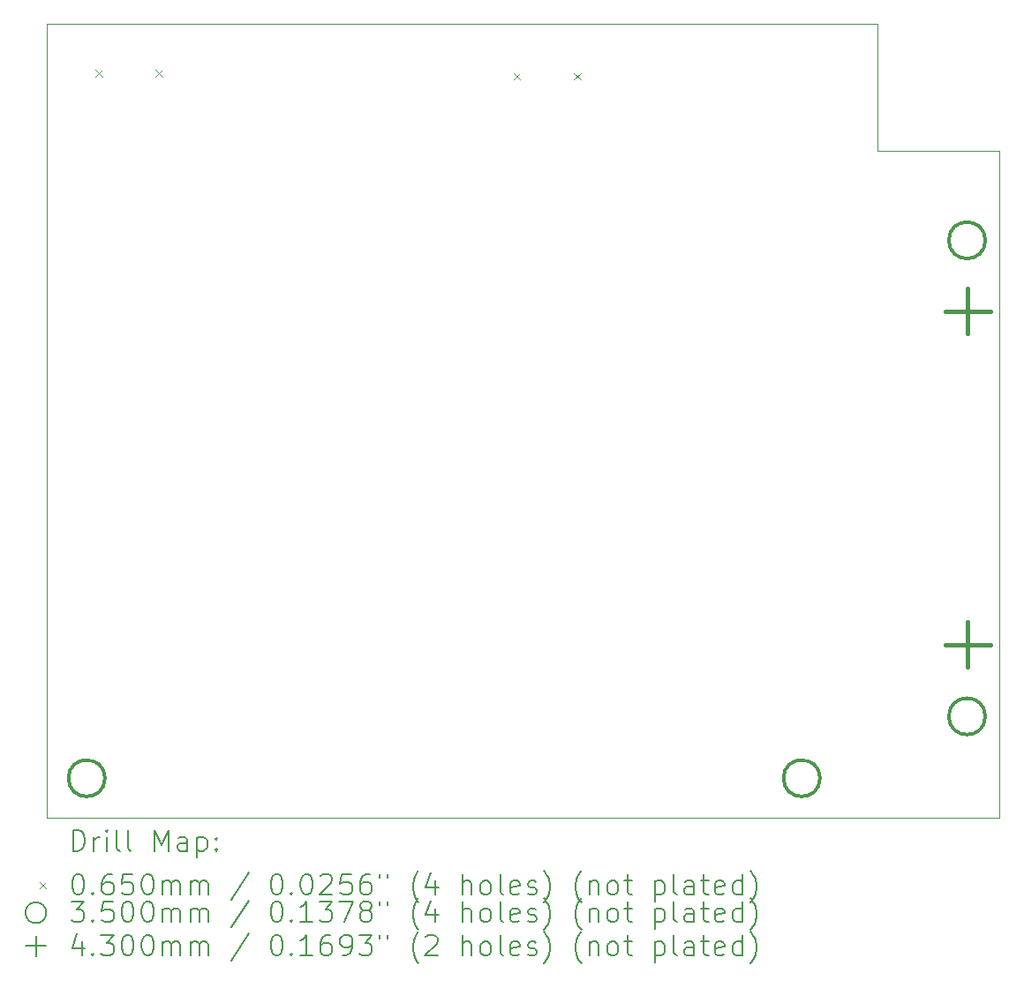
<source format=gbr>
%TF.GenerationSoftware,KiCad,Pcbnew,(6.0.7)*%
%TF.CreationDate,2023-08-04T00:04:35+07:00*%
%TF.ProjectId,ECELab_v1,4543454c-6162-45f7-9631-2e6b69636164,rev?*%
%TF.SameCoordinates,Original*%
%TF.FileFunction,Drillmap*%
%TF.FilePolarity,Positive*%
%FSLAX45Y45*%
G04 Gerber Fmt 4.5, Leading zero omitted, Abs format (unit mm)*
G04 Created by KiCad (PCBNEW (6.0.7)) date 2023-08-04 00:04:35*
%MOMM*%
%LPD*%
G01*
G04 APERTURE LIST*
%ADD10C,0.100000*%
%ADD11C,0.200000*%
%ADD12C,0.065000*%
%ADD13C,0.350000*%
%ADD14C,0.430000*%
G04 APERTURE END LIST*
D10*
X16835965Y-14445000D02*
X16836035Y-6822000D01*
X25973680Y-14445000D02*
X16835965Y-14445000D01*
X16836035Y-6822000D02*
X24800000Y-6822000D01*
X24800360Y-8041640D02*
X25974040Y-8041640D01*
X24800000Y-6822000D02*
X24800360Y-8041640D01*
X25974040Y-8041640D02*
X25973680Y-14445000D01*
D11*
D12*
X17301020Y-7265840D02*
X17366020Y-7330840D01*
X17366020Y-7265840D02*
X17301020Y-7330840D01*
X17879020Y-7265840D02*
X17944020Y-7330840D01*
X17944020Y-7265840D02*
X17879020Y-7330840D01*
X21311680Y-7293660D02*
X21376680Y-7358660D01*
X21376680Y-7293660D02*
X21311680Y-7358660D01*
X21889680Y-7293660D02*
X21954680Y-7358660D01*
X21954680Y-7293660D02*
X21889680Y-7358660D01*
D13*
X17393644Y-14063000D02*
G75*
G03*
X17393644Y-14063000I-175000J0D01*
G01*
X24251616Y-14063000D02*
G75*
G03*
X24251616Y-14063000I-175000J0D01*
G01*
X25837000Y-8900000D02*
G75*
G03*
X25837000Y-8900000I-175000J0D01*
G01*
X25837000Y-13469620D02*
G75*
G03*
X25837000Y-13469620I-175000J0D01*
G01*
D14*
X25670089Y-9365350D02*
X25670089Y-9795350D01*
X25455089Y-9580350D02*
X25885089Y-9580350D01*
X25670089Y-12565750D02*
X25670089Y-12995750D01*
X25455089Y-12780750D02*
X25885089Y-12780750D01*
D11*
X17088584Y-14760476D02*
X17088584Y-14560476D01*
X17136203Y-14560476D01*
X17164775Y-14570000D01*
X17183822Y-14589048D01*
X17193346Y-14608095D01*
X17202870Y-14646190D01*
X17202870Y-14674762D01*
X17193346Y-14712857D01*
X17183822Y-14731905D01*
X17164775Y-14750952D01*
X17136203Y-14760476D01*
X17088584Y-14760476D01*
X17288584Y-14760476D02*
X17288584Y-14627143D01*
X17288584Y-14665238D02*
X17298108Y-14646190D01*
X17307632Y-14636667D01*
X17326679Y-14627143D01*
X17345727Y-14627143D01*
X17412394Y-14760476D02*
X17412394Y-14627143D01*
X17412394Y-14560476D02*
X17402870Y-14570000D01*
X17412394Y-14579524D01*
X17421917Y-14570000D01*
X17412394Y-14560476D01*
X17412394Y-14579524D01*
X17536203Y-14760476D02*
X17517155Y-14750952D01*
X17507632Y-14731905D01*
X17507632Y-14560476D01*
X17640965Y-14760476D02*
X17621917Y-14750952D01*
X17612394Y-14731905D01*
X17612394Y-14560476D01*
X17869536Y-14760476D02*
X17869536Y-14560476D01*
X17936203Y-14703333D01*
X18002870Y-14560476D01*
X18002870Y-14760476D01*
X18183822Y-14760476D02*
X18183822Y-14655714D01*
X18174298Y-14636667D01*
X18155251Y-14627143D01*
X18117155Y-14627143D01*
X18098108Y-14636667D01*
X18183822Y-14750952D02*
X18164775Y-14760476D01*
X18117155Y-14760476D01*
X18098108Y-14750952D01*
X18088584Y-14731905D01*
X18088584Y-14712857D01*
X18098108Y-14693809D01*
X18117155Y-14684286D01*
X18164775Y-14684286D01*
X18183822Y-14674762D01*
X18279060Y-14627143D02*
X18279060Y-14827143D01*
X18279060Y-14636667D02*
X18298108Y-14627143D01*
X18336203Y-14627143D01*
X18355251Y-14636667D01*
X18364775Y-14646190D01*
X18374298Y-14665238D01*
X18374298Y-14722381D01*
X18364775Y-14741428D01*
X18355251Y-14750952D01*
X18336203Y-14760476D01*
X18298108Y-14760476D01*
X18279060Y-14750952D01*
X18460013Y-14741428D02*
X18469536Y-14750952D01*
X18460013Y-14760476D01*
X18450489Y-14750952D01*
X18460013Y-14741428D01*
X18460013Y-14760476D01*
X18460013Y-14636667D02*
X18469536Y-14646190D01*
X18460013Y-14655714D01*
X18450489Y-14646190D01*
X18460013Y-14636667D01*
X18460013Y-14655714D01*
D12*
X16765965Y-15057500D02*
X16830965Y-15122500D01*
X16830965Y-15057500D02*
X16765965Y-15122500D01*
D11*
X17126679Y-14980476D02*
X17145727Y-14980476D01*
X17164775Y-14990000D01*
X17174298Y-14999524D01*
X17183822Y-15018571D01*
X17193346Y-15056667D01*
X17193346Y-15104286D01*
X17183822Y-15142381D01*
X17174298Y-15161428D01*
X17164775Y-15170952D01*
X17145727Y-15180476D01*
X17126679Y-15180476D01*
X17107632Y-15170952D01*
X17098108Y-15161428D01*
X17088584Y-15142381D01*
X17079060Y-15104286D01*
X17079060Y-15056667D01*
X17088584Y-15018571D01*
X17098108Y-14999524D01*
X17107632Y-14990000D01*
X17126679Y-14980476D01*
X17279060Y-15161428D02*
X17288584Y-15170952D01*
X17279060Y-15180476D01*
X17269536Y-15170952D01*
X17279060Y-15161428D01*
X17279060Y-15180476D01*
X17460013Y-14980476D02*
X17421917Y-14980476D01*
X17402870Y-14990000D01*
X17393346Y-14999524D01*
X17374298Y-15028095D01*
X17364775Y-15066190D01*
X17364775Y-15142381D01*
X17374298Y-15161428D01*
X17383822Y-15170952D01*
X17402870Y-15180476D01*
X17440965Y-15180476D01*
X17460013Y-15170952D01*
X17469536Y-15161428D01*
X17479060Y-15142381D01*
X17479060Y-15094762D01*
X17469536Y-15075714D01*
X17460013Y-15066190D01*
X17440965Y-15056667D01*
X17402870Y-15056667D01*
X17383822Y-15066190D01*
X17374298Y-15075714D01*
X17364775Y-15094762D01*
X17660013Y-14980476D02*
X17564775Y-14980476D01*
X17555251Y-15075714D01*
X17564775Y-15066190D01*
X17583822Y-15056667D01*
X17631441Y-15056667D01*
X17650489Y-15066190D01*
X17660013Y-15075714D01*
X17669536Y-15094762D01*
X17669536Y-15142381D01*
X17660013Y-15161428D01*
X17650489Y-15170952D01*
X17631441Y-15180476D01*
X17583822Y-15180476D01*
X17564775Y-15170952D01*
X17555251Y-15161428D01*
X17793346Y-14980476D02*
X17812394Y-14980476D01*
X17831441Y-14990000D01*
X17840965Y-14999524D01*
X17850489Y-15018571D01*
X17860013Y-15056667D01*
X17860013Y-15104286D01*
X17850489Y-15142381D01*
X17840965Y-15161428D01*
X17831441Y-15170952D01*
X17812394Y-15180476D01*
X17793346Y-15180476D01*
X17774298Y-15170952D01*
X17764775Y-15161428D01*
X17755251Y-15142381D01*
X17745727Y-15104286D01*
X17745727Y-15056667D01*
X17755251Y-15018571D01*
X17764775Y-14999524D01*
X17774298Y-14990000D01*
X17793346Y-14980476D01*
X17945727Y-15180476D02*
X17945727Y-15047143D01*
X17945727Y-15066190D02*
X17955251Y-15056667D01*
X17974298Y-15047143D01*
X18002870Y-15047143D01*
X18021917Y-15056667D01*
X18031441Y-15075714D01*
X18031441Y-15180476D01*
X18031441Y-15075714D02*
X18040965Y-15056667D01*
X18060013Y-15047143D01*
X18088584Y-15047143D01*
X18107632Y-15056667D01*
X18117155Y-15075714D01*
X18117155Y-15180476D01*
X18212394Y-15180476D02*
X18212394Y-15047143D01*
X18212394Y-15066190D02*
X18221917Y-15056667D01*
X18240965Y-15047143D01*
X18269536Y-15047143D01*
X18288584Y-15056667D01*
X18298108Y-15075714D01*
X18298108Y-15180476D01*
X18298108Y-15075714D02*
X18307632Y-15056667D01*
X18326679Y-15047143D01*
X18355251Y-15047143D01*
X18374298Y-15056667D01*
X18383822Y-15075714D01*
X18383822Y-15180476D01*
X18774298Y-14970952D02*
X18602870Y-15228095D01*
X19031441Y-14980476D02*
X19050489Y-14980476D01*
X19069536Y-14990000D01*
X19079060Y-14999524D01*
X19088584Y-15018571D01*
X19098108Y-15056667D01*
X19098108Y-15104286D01*
X19088584Y-15142381D01*
X19079060Y-15161428D01*
X19069536Y-15170952D01*
X19050489Y-15180476D01*
X19031441Y-15180476D01*
X19012394Y-15170952D01*
X19002870Y-15161428D01*
X18993346Y-15142381D01*
X18983822Y-15104286D01*
X18983822Y-15056667D01*
X18993346Y-15018571D01*
X19002870Y-14999524D01*
X19012394Y-14990000D01*
X19031441Y-14980476D01*
X19183822Y-15161428D02*
X19193346Y-15170952D01*
X19183822Y-15180476D01*
X19174298Y-15170952D01*
X19183822Y-15161428D01*
X19183822Y-15180476D01*
X19317155Y-14980476D02*
X19336203Y-14980476D01*
X19355251Y-14990000D01*
X19364775Y-14999524D01*
X19374298Y-15018571D01*
X19383822Y-15056667D01*
X19383822Y-15104286D01*
X19374298Y-15142381D01*
X19364775Y-15161428D01*
X19355251Y-15170952D01*
X19336203Y-15180476D01*
X19317155Y-15180476D01*
X19298108Y-15170952D01*
X19288584Y-15161428D01*
X19279060Y-15142381D01*
X19269536Y-15104286D01*
X19269536Y-15056667D01*
X19279060Y-15018571D01*
X19288584Y-14999524D01*
X19298108Y-14990000D01*
X19317155Y-14980476D01*
X19460013Y-14999524D02*
X19469536Y-14990000D01*
X19488584Y-14980476D01*
X19536203Y-14980476D01*
X19555251Y-14990000D01*
X19564775Y-14999524D01*
X19574298Y-15018571D01*
X19574298Y-15037619D01*
X19564775Y-15066190D01*
X19450489Y-15180476D01*
X19574298Y-15180476D01*
X19755251Y-14980476D02*
X19660013Y-14980476D01*
X19650489Y-15075714D01*
X19660013Y-15066190D01*
X19679060Y-15056667D01*
X19726679Y-15056667D01*
X19745727Y-15066190D01*
X19755251Y-15075714D01*
X19764775Y-15094762D01*
X19764775Y-15142381D01*
X19755251Y-15161428D01*
X19745727Y-15170952D01*
X19726679Y-15180476D01*
X19679060Y-15180476D01*
X19660013Y-15170952D01*
X19650489Y-15161428D01*
X19936203Y-14980476D02*
X19898108Y-14980476D01*
X19879060Y-14990000D01*
X19869536Y-14999524D01*
X19850489Y-15028095D01*
X19840965Y-15066190D01*
X19840965Y-15142381D01*
X19850489Y-15161428D01*
X19860013Y-15170952D01*
X19879060Y-15180476D01*
X19917155Y-15180476D01*
X19936203Y-15170952D01*
X19945727Y-15161428D01*
X19955251Y-15142381D01*
X19955251Y-15094762D01*
X19945727Y-15075714D01*
X19936203Y-15066190D01*
X19917155Y-15056667D01*
X19879060Y-15056667D01*
X19860013Y-15066190D01*
X19850489Y-15075714D01*
X19840965Y-15094762D01*
X20031441Y-14980476D02*
X20031441Y-15018571D01*
X20107632Y-14980476D02*
X20107632Y-15018571D01*
X20402870Y-15256667D02*
X20393346Y-15247143D01*
X20374298Y-15218571D01*
X20364775Y-15199524D01*
X20355251Y-15170952D01*
X20345727Y-15123333D01*
X20345727Y-15085238D01*
X20355251Y-15037619D01*
X20364775Y-15009048D01*
X20374298Y-14990000D01*
X20393346Y-14961428D01*
X20402870Y-14951905D01*
X20564775Y-15047143D02*
X20564775Y-15180476D01*
X20517155Y-14970952D02*
X20469536Y-15113809D01*
X20593346Y-15113809D01*
X20821917Y-15180476D02*
X20821917Y-14980476D01*
X20907632Y-15180476D02*
X20907632Y-15075714D01*
X20898108Y-15056667D01*
X20879060Y-15047143D01*
X20850489Y-15047143D01*
X20831441Y-15056667D01*
X20821917Y-15066190D01*
X21031441Y-15180476D02*
X21012394Y-15170952D01*
X21002870Y-15161428D01*
X20993346Y-15142381D01*
X20993346Y-15085238D01*
X21002870Y-15066190D01*
X21012394Y-15056667D01*
X21031441Y-15047143D01*
X21060013Y-15047143D01*
X21079060Y-15056667D01*
X21088584Y-15066190D01*
X21098108Y-15085238D01*
X21098108Y-15142381D01*
X21088584Y-15161428D01*
X21079060Y-15170952D01*
X21060013Y-15180476D01*
X21031441Y-15180476D01*
X21212394Y-15180476D02*
X21193346Y-15170952D01*
X21183822Y-15151905D01*
X21183822Y-14980476D01*
X21364775Y-15170952D02*
X21345727Y-15180476D01*
X21307632Y-15180476D01*
X21288584Y-15170952D01*
X21279060Y-15151905D01*
X21279060Y-15075714D01*
X21288584Y-15056667D01*
X21307632Y-15047143D01*
X21345727Y-15047143D01*
X21364775Y-15056667D01*
X21374298Y-15075714D01*
X21374298Y-15094762D01*
X21279060Y-15113809D01*
X21450489Y-15170952D02*
X21469536Y-15180476D01*
X21507632Y-15180476D01*
X21526679Y-15170952D01*
X21536203Y-15151905D01*
X21536203Y-15142381D01*
X21526679Y-15123333D01*
X21507632Y-15113809D01*
X21479060Y-15113809D01*
X21460013Y-15104286D01*
X21450489Y-15085238D01*
X21450489Y-15075714D01*
X21460013Y-15056667D01*
X21479060Y-15047143D01*
X21507632Y-15047143D01*
X21526679Y-15056667D01*
X21602870Y-15256667D02*
X21612394Y-15247143D01*
X21631441Y-15218571D01*
X21640965Y-15199524D01*
X21650489Y-15170952D01*
X21660013Y-15123333D01*
X21660013Y-15085238D01*
X21650489Y-15037619D01*
X21640965Y-15009048D01*
X21631441Y-14990000D01*
X21612394Y-14961428D01*
X21602870Y-14951905D01*
X21964775Y-15256667D02*
X21955251Y-15247143D01*
X21936203Y-15218571D01*
X21926679Y-15199524D01*
X21917155Y-15170952D01*
X21907632Y-15123333D01*
X21907632Y-15085238D01*
X21917155Y-15037619D01*
X21926679Y-15009048D01*
X21936203Y-14990000D01*
X21955251Y-14961428D01*
X21964775Y-14951905D01*
X22040965Y-15047143D02*
X22040965Y-15180476D01*
X22040965Y-15066190D02*
X22050489Y-15056667D01*
X22069536Y-15047143D01*
X22098108Y-15047143D01*
X22117155Y-15056667D01*
X22126679Y-15075714D01*
X22126679Y-15180476D01*
X22250489Y-15180476D02*
X22231441Y-15170952D01*
X22221917Y-15161428D01*
X22212394Y-15142381D01*
X22212394Y-15085238D01*
X22221917Y-15066190D01*
X22231441Y-15056667D01*
X22250489Y-15047143D01*
X22279060Y-15047143D01*
X22298108Y-15056667D01*
X22307632Y-15066190D01*
X22317155Y-15085238D01*
X22317155Y-15142381D01*
X22307632Y-15161428D01*
X22298108Y-15170952D01*
X22279060Y-15180476D01*
X22250489Y-15180476D01*
X22374298Y-15047143D02*
X22450489Y-15047143D01*
X22402870Y-14980476D02*
X22402870Y-15151905D01*
X22412393Y-15170952D01*
X22431441Y-15180476D01*
X22450489Y-15180476D01*
X22669536Y-15047143D02*
X22669536Y-15247143D01*
X22669536Y-15056667D02*
X22688584Y-15047143D01*
X22726679Y-15047143D01*
X22745727Y-15056667D01*
X22755251Y-15066190D01*
X22764774Y-15085238D01*
X22764774Y-15142381D01*
X22755251Y-15161428D01*
X22745727Y-15170952D01*
X22726679Y-15180476D01*
X22688584Y-15180476D01*
X22669536Y-15170952D01*
X22879060Y-15180476D02*
X22860013Y-15170952D01*
X22850489Y-15151905D01*
X22850489Y-14980476D01*
X23040965Y-15180476D02*
X23040965Y-15075714D01*
X23031441Y-15056667D01*
X23012393Y-15047143D01*
X22974298Y-15047143D01*
X22955251Y-15056667D01*
X23040965Y-15170952D02*
X23021917Y-15180476D01*
X22974298Y-15180476D01*
X22955251Y-15170952D01*
X22945727Y-15151905D01*
X22945727Y-15132857D01*
X22955251Y-15113809D01*
X22974298Y-15104286D01*
X23021917Y-15104286D01*
X23040965Y-15094762D01*
X23107632Y-15047143D02*
X23183822Y-15047143D01*
X23136203Y-14980476D02*
X23136203Y-15151905D01*
X23145727Y-15170952D01*
X23164774Y-15180476D01*
X23183822Y-15180476D01*
X23326679Y-15170952D02*
X23307632Y-15180476D01*
X23269536Y-15180476D01*
X23250489Y-15170952D01*
X23240965Y-15151905D01*
X23240965Y-15075714D01*
X23250489Y-15056667D01*
X23269536Y-15047143D01*
X23307632Y-15047143D01*
X23326679Y-15056667D01*
X23336203Y-15075714D01*
X23336203Y-15094762D01*
X23240965Y-15113809D01*
X23507632Y-15180476D02*
X23507632Y-14980476D01*
X23507632Y-15170952D02*
X23488584Y-15180476D01*
X23450489Y-15180476D01*
X23431441Y-15170952D01*
X23421917Y-15161428D01*
X23412393Y-15142381D01*
X23412393Y-15085238D01*
X23421917Y-15066190D01*
X23431441Y-15056667D01*
X23450489Y-15047143D01*
X23488584Y-15047143D01*
X23507632Y-15056667D01*
X23583822Y-15256667D02*
X23593346Y-15247143D01*
X23612393Y-15218571D01*
X23621917Y-15199524D01*
X23631441Y-15170952D01*
X23640965Y-15123333D01*
X23640965Y-15085238D01*
X23631441Y-15037619D01*
X23621917Y-15009048D01*
X23612393Y-14990000D01*
X23593346Y-14961428D01*
X23583822Y-14951905D01*
X16830965Y-15354000D02*
G75*
G03*
X16830965Y-15354000I-100000J0D01*
G01*
X17069536Y-15244476D02*
X17193346Y-15244476D01*
X17126679Y-15320667D01*
X17155251Y-15320667D01*
X17174298Y-15330190D01*
X17183822Y-15339714D01*
X17193346Y-15358762D01*
X17193346Y-15406381D01*
X17183822Y-15425428D01*
X17174298Y-15434952D01*
X17155251Y-15444476D01*
X17098108Y-15444476D01*
X17079060Y-15434952D01*
X17069536Y-15425428D01*
X17279060Y-15425428D02*
X17288584Y-15434952D01*
X17279060Y-15444476D01*
X17269536Y-15434952D01*
X17279060Y-15425428D01*
X17279060Y-15444476D01*
X17469536Y-15244476D02*
X17374298Y-15244476D01*
X17364775Y-15339714D01*
X17374298Y-15330190D01*
X17393346Y-15320667D01*
X17440965Y-15320667D01*
X17460013Y-15330190D01*
X17469536Y-15339714D01*
X17479060Y-15358762D01*
X17479060Y-15406381D01*
X17469536Y-15425428D01*
X17460013Y-15434952D01*
X17440965Y-15444476D01*
X17393346Y-15444476D01*
X17374298Y-15434952D01*
X17364775Y-15425428D01*
X17602870Y-15244476D02*
X17621917Y-15244476D01*
X17640965Y-15254000D01*
X17650489Y-15263524D01*
X17660013Y-15282571D01*
X17669536Y-15320667D01*
X17669536Y-15368286D01*
X17660013Y-15406381D01*
X17650489Y-15425428D01*
X17640965Y-15434952D01*
X17621917Y-15444476D01*
X17602870Y-15444476D01*
X17583822Y-15434952D01*
X17574298Y-15425428D01*
X17564775Y-15406381D01*
X17555251Y-15368286D01*
X17555251Y-15320667D01*
X17564775Y-15282571D01*
X17574298Y-15263524D01*
X17583822Y-15254000D01*
X17602870Y-15244476D01*
X17793346Y-15244476D02*
X17812394Y-15244476D01*
X17831441Y-15254000D01*
X17840965Y-15263524D01*
X17850489Y-15282571D01*
X17860013Y-15320667D01*
X17860013Y-15368286D01*
X17850489Y-15406381D01*
X17840965Y-15425428D01*
X17831441Y-15434952D01*
X17812394Y-15444476D01*
X17793346Y-15444476D01*
X17774298Y-15434952D01*
X17764775Y-15425428D01*
X17755251Y-15406381D01*
X17745727Y-15368286D01*
X17745727Y-15320667D01*
X17755251Y-15282571D01*
X17764775Y-15263524D01*
X17774298Y-15254000D01*
X17793346Y-15244476D01*
X17945727Y-15444476D02*
X17945727Y-15311143D01*
X17945727Y-15330190D02*
X17955251Y-15320667D01*
X17974298Y-15311143D01*
X18002870Y-15311143D01*
X18021917Y-15320667D01*
X18031441Y-15339714D01*
X18031441Y-15444476D01*
X18031441Y-15339714D02*
X18040965Y-15320667D01*
X18060013Y-15311143D01*
X18088584Y-15311143D01*
X18107632Y-15320667D01*
X18117155Y-15339714D01*
X18117155Y-15444476D01*
X18212394Y-15444476D02*
X18212394Y-15311143D01*
X18212394Y-15330190D02*
X18221917Y-15320667D01*
X18240965Y-15311143D01*
X18269536Y-15311143D01*
X18288584Y-15320667D01*
X18298108Y-15339714D01*
X18298108Y-15444476D01*
X18298108Y-15339714D02*
X18307632Y-15320667D01*
X18326679Y-15311143D01*
X18355251Y-15311143D01*
X18374298Y-15320667D01*
X18383822Y-15339714D01*
X18383822Y-15444476D01*
X18774298Y-15234952D02*
X18602870Y-15492095D01*
X19031441Y-15244476D02*
X19050489Y-15244476D01*
X19069536Y-15254000D01*
X19079060Y-15263524D01*
X19088584Y-15282571D01*
X19098108Y-15320667D01*
X19098108Y-15368286D01*
X19088584Y-15406381D01*
X19079060Y-15425428D01*
X19069536Y-15434952D01*
X19050489Y-15444476D01*
X19031441Y-15444476D01*
X19012394Y-15434952D01*
X19002870Y-15425428D01*
X18993346Y-15406381D01*
X18983822Y-15368286D01*
X18983822Y-15320667D01*
X18993346Y-15282571D01*
X19002870Y-15263524D01*
X19012394Y-15254000D01*
X19031441Y-15244476D01*
X19183822Y-15425428D02*
X19193346Y-15434952D01*
X19183822Y-15444476D01*
X19174298Y-15434952D01*
X19183822Y-15425428D01*
X19183822Y-15444476D01*
X19383822Y-15444476D02*
X19269536Y-15444476D01*
X19326679Y-15444476D02*
X19326679Y-15244476D01*
X19307632Y-15273048D01*
X19288584Y-15292095D01*
X19269536Y-15301619D01*
X19450489Y-15244476D02*
X19574298Y-15244476D01*
X19507632Y-15320667D01*
X19536203Y-15320667D01*
X19555251Y-15330190D01*
X19564775Y-15339714D01*
X19574298Y-15358762D01*
X19574298Y-15406381D01*
X19564775Y-15425428D01*
X19555251Y-15434952D01*
X19536203Y-15444476D01*
X19479060Y-15444476D01*
X19460013Y-15434952D01*
X19450489Y-15425428D01*
X19640965Y-15244476D02*
X19774298Y-15244476D01*
X19688584Y-15444476D01*
X19879060Y-15330190D02*
X19860013Y-15320667D01*
X19850489Y-15311143D01*
X19840965Y-15292095D01*
X19840965Y-15282571D01*
X19850489Y-15263524D01*
X19860013Y-15254000D01*
X19879060Y-15244476D01*
X19917155Y-15244476D01*
X19936203Y-15254000D01*
X19945727Y-15263524D01*
X19955251Y-15282571D01*
X19955251Y-15292095D01*
X19945727Y-15311143D01*
X19936203Y-15320667D01*
X19917155Y-15330190D01*
X19879060Y-15330190D01*
X19860013Y-15339714D01*
X19850489Y-15349238D01*
X19840965Y-15368286D01*
X19840965Y-15406381D01*
X19850489Y-15425428D01*
X19860013Y-15434952D01*
X19879060Y-15444476D01*
X19917155Y-15444476D01*
X19936203Y-15434952D01*
X19945727Y-15425428D01*
X19955251Y-15406381D01*
X19955251Y-15368286D01*
X19945727Y-15349238D01*
X19936203Y-15339714D01*
X19917155Y-15330190D01*
X20031441Y-15244476D02*
X20031441Y-15282571D01*
X20107632Y-15244476D02*
X20107632Y-15282571D01*
X20402870Y-15520667D02*
X20393346Y-15511143D01*
X20374298Y-15482571D01*
X20364775Y-15463524D01*
X20355251Y-15434952D01*
X20345727Y-15387333D01*
X20345727Y-15349238D01*
X20355251Y-15301619D01*
X20364775Y-15273048D01*
X20374298Y-15254000D01*
X20393346Y-15225428D01*
X20402870Y-15215905D01*
X20564775Y-15311143D02*
X20564775Y-15444476D01*
X20517155Y-15234952D02*
X20469536Y-15377809D01*
X20593346Y-15377809D01*
X20821917Y-15444476D02*
X20821917Y-15244476D01*
X20907632Y-15444476D02*
X20907632Y-15339714D01*
X20898108Y-15320667D01*
X20879060Y-15311143D01*
X20850489Y-15311143D01*
X20831441Y-15320667D01*
X20821917Y-15330190D01*
X21031441Y-15444476D02*
X21012394Y-15434952D01*
X21002870Y-15425428D01*
X20993346Y-15406381D01*
X20993346Y-15349238D01*
X21002870Y-15330190D01*
X21012394Y-15320667D01*
X21031441Y-15311143D01*
X21060013Y-15311143D01*
X21079060Y-15320667D01*
X21088584Y-15330190D01*
X21098108Y-15349238D01*
X21098108Y-15406381D01*
X21088584Y-15425428D01*
X21079060Y-15434952D01*
X21060013Y-15444476D01*
X21031441Y-15444476D01*
X21212394Y-15444476D02*
X21193346Y-15434952D01*
X21183822Y-15415905D01*
X21183822Y-15244476D01*
X21364775Y-15434952D02*
X21345727Y-15444476D01*
X21307632Y-15444476D01*
X21288584Y-15434952D01*
X21279060Y-15415905D01*
X21279060Y-15339714D01*
X21288584Y-15320667D01*
X21307632Y-15311143D01*
X21345727Y-15311143D01*
X21364775Y-15320667D01*
X21374298Y-15339714D01*
X21374298Y-15358762D01*
X21279060Y-15377809D01*
X21450489Y-15434952D02*
X21469536Y-15444476D01*
X21507632Y-15444476D01*
X21526679Y-15434952D01*
X21536203Y-15415905D01*
X21536203Y-15406381D01*
X21526679Y-15387333D01*
X21507632Y-15377809D01*
X21479060Y-15377809D01*
X21460013Y-15368286D01*
X21450489Y-15349238D01*
X21450489Y-15339714D01*
X21460013Y-15320667D01*
X21479060Y-15311143D01*
X21507632Y-15311143D01*
X21526679Y-15320667D01*
X21602870Y-15520667D02*
X21612394Y-15511143D01*
X21631441Y-15482571D01*
X21640965Y-15463524D01*
X21650489Y-15434952D01*
X21660013Y-15387333D01*
X21660013Y-15349238D01*
X21650489Y-15301619D01*
X21640965Y-15273048D01*
X21631441Y-15254000D01*
X21612394Y-15225428D01*
X21602870Y-15215905D01*
X21964775Y-15520667D02*
X21955251Y-15511143D01*
X21936203Y-15482571D01*
X21926679Y-15463524D01*
X21917155Y-15434952D01*
X21907632Y-15387333D01*
X21907632Y-15349238D01*
X21917155Y-15301619D01*
X21926679Y-15273048D01*
X21936203Y-15254000D01*
X21955251Y-15225428D01*
X21964775Y-15215905D01*
X22040965Y-15311143D02*
X22040965Y-15444476D01*
X22040965Y-15330190D02*
X22050489Y-15320667D01*
X22069536Y-15311143D01*
X22098108Y-15311143D01*
X22117155Y-15320667D01*
X22126679Y-15339714D01*
X22126679Y-15444476D01*
X22250489Y-15444476D02*
X22231441Y-15434952D01*
X22221917Y-15425428D01*
X22212394Y-15406381D01*
X22212394Y-15349238D01*
X22221917Y-15330190D01*
X22231441Y-15320667D01*
X22250489Y-15311143D01*
X22279060Y-15311143D01*
X22298108Y-15320667D01*
X22307632Y-15330190D01*
X22317155Y-15349238D01*
X22317155Y-15406381D01*
X22307632Y-15425428D01*
X22298108Y-15434952D01*
X22279060Y-15444476D01*
X22250489Y-15444476D01*
X22374298Y-15311143D02*
X22450489Y-15311143D01*
X22402870Y-15244476D02*
X22402870Y-15415905D01*
X22412393Y-15434952D01*
X22431441Y-15444476D01*
X22450489Y-15444476D01*
X22669536Y-15311143D02*
X22669536Y-15511143D01*
X22669536Y-15320667D02*
X22688584Y-15311143D01*
X22726679Y-15311143D01*
X22745727Y-15320667D01*
X22755251Y-15330190D01*
X22764774Y-15349238D01*
X22764774Y-15406381D01*
X22755251Y-15425428D01*
X22745727Y-15434952D01*
X22726679Y-15444476D01*
X22688584Y-15444476D01*
X22669536Y-15434952D01*
X22879060Y-15444476D02*
X22860013Y-15434952D01*
X22850489Y-15415905D01*
X22850489Y-15244476D01*
X23040965Y-15444476D02*
X23040965Y-15339714D01*
X23031441Y-15320667D01*
X23012393Y-15311143D01*
X22974298Y-15311143D01*
X22955251Y-15320667D01*
X23040965Y-15434952D02*
X23021917Y-15444476D01*
X22974298Y-15444476D01*
X22955251Y-15434952D01*
X22945727Y-15415905D01*
X22945727Y-15396857D01*
X22955251Y-15377809D01*
X22974298Y-15368286D01*
X23021917Y-15368286D01*
X23040965Y-15358762D01*
X23107632Y-15311143D02*
X23183822Y-15311143D01*
X23136203Y-15244476D02*
X23136203Y-15415905D01*
X23145727Y-15434952D01*
X23164774Y-15444476D01*
X23183822Y-15444476D01*
X23326679Y-15434952D02*
X23307632Y-15444476D01*
X23269536Y-15444476D01*
X23250489Y-15434952D01*
X23240965Y-15415905D01*
X23240965Y-15339714D01*
X23250489Y-15320667D01*
X23269536Y-15311143D01*
X23307632Y-15311143D01*
X23326679Y-15320667D01*
X23336203Y-15339714D01*
X23336203Y-15358762D01*
X23240965Y-15377809D01*
X23507632Y-15444476D02*
X23507632Y-15244476D01*
X23507632Y-15434952D02*
X23488584Y-15444476D01*
X23450489Y-15444476D01*
X23431441Y-15434952D01*
X23421917Y-15425428D01*
X23412393Y-15406381D01*
X23412393Y-15349238D01*
X23421917Y-15330190D01*
X23431441Y-15320667D01*
X23450489Y-15311143D01*
X23488584Y-15311143D01*
X23507632Y-15320667D01*
X23583822Y-15520667D02*
X23593346Y-15511143D01*
X23612393Y-15482571D01*
X23621917Y-15463524D01*
X23631441Y-15434952D01*
X23640965Y-15387333D01*
X23640965Y-15349238D01*
X23631441Y-15301619D01*
X23621917Y-15273048D01*
X23612393Y-15254000D01*
X23593346Y-15225428D01*
X23583822Y-15215905D01*
X16730965Y-15574000D02*
X16730965Y-15774000D01*
X16630965Y-15674000D02*
X16830965Y-15674000D01*
X17174298Y-15631143D02*
X17174298Y-15764476D01*
X17126679Y-15554952D02*
X17079060Y-15697809D01*
X17202870Y-15697809D01*
X17279060Y-15745428D02*
X17288584Y-15754952D01*
X17279060Y-15764476D01*
X17269536Y-15754952D01*
X17279060Y-15745428D01*
X17279060Y-15764476D01*
X17355251Y-15564476D02*
X17479060Y-15564476D01*
X17412394Y-15640667D01*
X17440965Y-15640667D01*
X17460013Y-15650190D01*
X17469536Y-15659714D01*
X17479060Y-15678762D01*
X17479060Y-15726381D01*
X17469536Y-15745428D01*
X17460013Y-15754952D01*
X17440965Y-15764476D01*
X17383822Y-15764476D01*
X17364775Y-15754952D01*
X17355251Y-15745428D01*
X17602870Y-15564476D02*
X17621917Y-15564476D01*
X17640965Y-15574000D01*
X17650489Y-15583524D01*
X17660013Y-15602571D01*
X17669536Y-15640667D01*
X17669536Y-15688286D01*
X17660013Y-15726381D01*
X17650489Y-15745428D01*
X17640965Y-15754952D01*
X17621917Y-15764476D01*
X17602870Y-15764476D01*
X17583822Y-15754952D01*
X17574298Y-15745428D01*
X17564775Y-15726381D01*
X17555251Y-15688286D01*
X17555251Y-15640667D01*
X17564775Y-15602571D01*
X17574298Y-15583524D01*
X17583822Y-15574000D01*
X17602870Y-15564476D01*
X17793346Y-15564476D02*
X17812394Y-15564476D01*
X17831441Y-15574000D01*
X17840965Y-15583524D01*
X17850489Y-15602571D01*
X17860013Y-15640667D01*
X17860013Y-15688286D01*
X17850489Y-15726381D01*
X17840965Y-15745428D01*
X17831441Y-15754952D01*
X17812394Y-15764476D01*
X17793346Y-15764476D01*
X17774298Y-15754952D01*
X17764775Y-15745428D01*
X17755251Y-15726381D01*
X17745727Y-15688286D01*
X17745727Y-15640667D01*
X17755251Y-15602571D01*
X17764775Y-15583524D01*
X17774298Y-15574000D01*
X17793346Y-15564476D01*
X17945727Y-15764476D02*
X17945727Y-15631143D01*
X17945727Y-15650190D02*
X17955251Y-15640667D01*
X17974298Y-15631143D01*
X18002870Y-15631143D01*
X18021917Y-15640667D01*
X18031441Y-15659714D01*
X18031441Y-15764476D01*
X18031441Y-15659714D02*
X18040965Y-15640667D01*
X18060013Y-15631143D01*
X18088584Y-15631143D01*
X18107632Y-15640667D01*
X18117155Y-15659714D01*
X18117155Y-15764476D01*
X18212394Y-15764476D02*
X18212394Y-15631143D01*
X18212394Y-15650190D02*
X18221917Y-15640667D01*
X18240965Y-15631143D01*
X18269536Y-15631143D01*
X18288584Y-15640667D01*
X18298108Y-15659714D01*
X18298108Y-15764476D01*
X18298108Y-15659714D02*
X18307632Y-15640667D01*
X18326679Y-15631143D01*
X18355251Y-15631143D01*
X18374298Y-15640667D01*
X18383822Y-15659714D01*
X18383822Y-15764476D01*
X18774298Y-15554952D02*
X18602870Y-15812095D01*
X19031441Y-15564476D02*
X19050489Y-15564476D01*
X19069536Y-15574000D01*
X19079060Y-15583524D01*
X19088584Y-15602571D01*
X19098108Y-15640667D01*
X19098108Y-15688286D01*
X19088584Y-15726381D01*
X19079060Y-15745428D01*
X19069536Y-15754952D01*
X19050489Y-15764476D01*
X19031441Y-15764476D01*
X19012394Y-15754952D01*
X19002870Y-15745428D01*
X18993346Y-15726381D01*
X18983822Y-15688286D01*
X18983822Y-15640667D01*
X18993346Y-15602571D01*
X19002870Y-15583524D01*
X19012394Y-15574000D01*
X19031441Y-15564476D01*
X19183822Y-15745428D02*
X19193346Y-15754952D01*
X19183822Y-15764476D01*
X19174298Y-15754952D01*
X19183822Y-15745428D01*
X19183822Y-15764476D01*
X19383822Y-15764476D02*
X19269536Y-15764476D01*
X19326679Y-15764476D02*
X19326679Y-15564476D01*
X19307632Y-15593048D01*
X19288584Y-15612095D01*
X19269536Y-15621619D01*
X19555251Y-15564476D02*
X19517155Y-15564476D01*
X19498108Y-15574000D01*
X19488584Y-15583524D01*
X19469536Y-15612095D01*
X19460013Y-15650190D01*
X19460013Y-15726381D01*
X19469536Y-15745428D01*
X19479060Y-15754952D01*
X19498108Y-15764476D01*
X19536203Y-15764476D01*
X19555251Y-15754952D01*
X19564775Y-15745428D01*
X19574298Y-15726381D01*
X19574298Y-15678762D01*
X19564775Y-15659714D01*
X19555251Y-15650190D01*
X19536203Y-15640667D01*
X19498108Y-15640667D01*
X19479060Y-15650190D01*
X19469536Y-15659714D01*
X19460013Y-15678762D01*
X19669536Y-15764476D02*
X19707632Y-15764476D01*
X19726679Y-15754952D01*
X19736203Y-15745428D01*
X19755251Y-15716857D01*
X19764775Y-15678762D01*
X19764775Y-15602571D01*
X19755251Y-15583524D01*
X19745727Y-15574000D01*
X19726679Y-15564476D01*
X19688584Y-15564476D01*
X19669536Y-15574000D01*
X19660013Y-15583524D01*
X19650489Y-15602571D01*
X19650489Y-15650190D01*
X19660013Y-15669238D01*
X19669536Y-15678762D01*
X19688584Y-15688286D01*
X19726679Y-15688286D01*
X19745727Y-15678762D01*
X19755251Y-15669238D01*
X19764775Y-15650190D01*
X19831441Y-15564476D02*
X19955251Y-15564476D01*
X19888584Y-15640667D01*
X19917155Y-15640667D01*
X19936203Y-15650190D01*
X19945727Y-15659714D01*
X19955251Y-15678762D01*
X19955251Y-15726381D01*
X19945727Y-15745428D01*
X19936203Y-15754952D01*
X19917155Y-15764476D01*
X19860013Y-15764476D01*
X19840965Y-15754952D01*
X19831441Y-15745428D01*
X20031441Y-15564476D02*
X20031441Y-15602571D01*
X20107632Y-15564476D02*
X20107632Y-15602571D01*
X20402870Y-15840667D02*
X20393346Y-15831143D01*
X20374298Y-15802571D01*
X20364775Y-15783524D01*
X20355251Y-15754952D01*
X20345727Y-15707333D01*
X20345727Y-15669238D01*
X20355251Y-15621619D01*
X20364775Y-15593048D01*
X20374298Y-15574000D01*
X20393346Y-15545428D01*
X20402870Y-15535905D01*
X20469536Y-15583524D02*
X20479060Y-15574000D01*
X20498108Y-15564476D01*
X20545727Y-15564476D01*
X20564775Y-15574000D01*
X20574298Y-15583524D01*
X20583822Y-15602571D01*
X20583822Y-15621619D01*
X20574298Y-15650190D01*
X20460013Y-15764476D01*
X20583822Y-15764476D01*
X20821917Y-15764476D02*
X20821917Y-15564476D01*
X20907632Y-15764476D02*
X20907632Y-15659714D01*
X20898108Y-15640667D01*
X20879060Y-15631143D01*
X20850489Y-15631143D01*
X20831441Y-15640667D01*
X20821917Y-15650190D01*
X21031441Y-15764476D02*
X21012394Y-15754952D01*
X21002870Y-15745428D01*
X20993346Y-15726381D01*
X20993346Y-15669238D01*
X21002870Y-15650190D01*
X21012394Y-15640667D01*
X21031441Y-15631143D01*
X21060013Y-15631143D01*
X21079060Y-15640667D01*
X21088584Y-15650190D01*
X21098108Y-15669238D01*
X21098108Y-15726381D01*
X21088584Y-15745428D01*
X21079060Y-15754952D01*
X21060013Y-15764476D01*
X21031441Y-15764476D01*
X21212394Y-15764476D02*
X21193346Y-15754952D01*
X21183822Y-15735905D01*
X21183822Y-15564476D01*
X21364775Y-15754952D02*
X21345727Y-15764476D01*
X21307632Y-15764476D01*
X21288584Y-15754952D01*
X21279060Y-15735905D01*
X21279060Y-15659714D01*
X21288584Y-15640667D01*
X21307632Y-15631143D01*
X21345727Y-15631143D01*
X21364775Y-15640667D01*
X21374298Y-15659714D01*
X21374298Y-15678762D01*
X21279060Y-15697809D01*
X21450489Y-15754952D02*
X21469536Y-15764476D01*
X21507632Y-15764476D01*
X21526679Y-15754952D01*
X21536203Y-15735905D01*
X21536203Y-15726381D01*
X21526679Y-15707333D01*
X21507632Y-15697809D01*
X21479060Y-15697809D01*
X21460013Y-15688286D01*
X21450489Y-15669238D01*
X21450489Y-15659714D01*
X21460013Y-15640667D01*
X21479060Y-15631143D01*
X21507632Y-15631143D01*
X21526679Y-15640667D01*
X21602870Y-15840667D02*
X21612394Y-15831143D01*
X21631441Y-15802571D01*
X21640965Y-15783524D01*
X21650489Y-15754952D01*
X21660013Y-15707333D01*
X21660013Y-15669238D01*
X21650489Y-15621619D01*
X21640965Y-15593048D01*
X21631441Y-15574000D01*
X21612394Y-15545428D01*
X21602870Y-15535905D01*
X21964775Y-15840667D02*
X21955251Y-15831143D01*
X21936203Y-15802571D01*
X21926679Y-15783524D01*
X21917155Y-15754952D01*
X21907632Y-15707333D01*
X21907632Y-15669238D01*
X21917155Y-15621619D01*
X21926679Y-15593048D01*
X21936203Y-15574000D01*
X21955251Y-15545428D01*
X21964775Y-15535905D01*
X22040965Y-15631143D02*
X22040965Y-15764476D01*
X22040965Y-15650190D02*
X22050489Y-15640667D01*
X22069536Y-15631143D01*
X22098108Y-15631143D01*
X22117155Y-15640667D01*
X22126679Y-15659714D01*
X22126679Y-15764476D01*
X22250489Y-15764476D02*
X22231441Y-15754952D01*
X22221917Y-15745428D01*
X22212394Y-15726381D01*
X22212394Y-15669238D01*
X22221917Y-15650190D01*
X22231441Y-15640667D01*
X22250489Y-15631143D01*
X22279060Y-15631143D01*
X22298108Y-15640667D01*
X22307632Y-15650190D01*
X22317155Y-15669238D01*
X22317155Y-15726381D01*
X22307632Y-15745428D01*
X22298108Y-15754952D01*
X22279060Y-15764476D01*
X22250489Y-15764476D01*
X22374298Y-15631143D02*
X22450489Y-15631143D01*
X22402870Y-15564476D02*
X22402870Y-15735905D01*
X22412393Y-15754952D01*
X22431441Y-15764476D01*
X22450489Y-15764476D01*
X22669536Y-15631143D02*
X22669536Y-15831143D01*
X22669536Y-15640667D02*
X22688584Y-15631143D01*
X22726679Y-15631143D01*
X22745727Y-15640667D01*
X22755251Y-15650190D01*
X22764774Y-15669238D01*
X22764774Y-15726381D01*
X22755251Y-15745428D01*
X22745727Y-15754952D01*
X22726679Y-15764476D01*
X22688584Y-15764476D01*
X22669536Y-15754952D01*
X22879060Y-15764476D02*
X22860013Y-15754952D01*
X22850489Y-15735905D01*
X22850489Y-15564476D01*
X23040965Y-15764476D02*
X23040965Y-15659714D01*
X23031441Y-15640667D01*
X23012393Y-15631143D01*
X22974298Y-15631143D01*
X22955251Y-15640667D01*
X23040965Y-15754952D02*
X23021917Y-15764476D01*
X22974298Y-15764476D01*
X22955251Y-15754952D01*
X22945727Y-15735905D01*
X22945727Y-15716857D01*
X22955251Y-15697809D01*
X22974298Y-15688286D01*
X23021917Y-15688286D01*
X23040965Y-15678762D01*
X23107632Y-15631143D02*
X23183822Y-15631143D01*
X23136203Y-15564476D02*
X23136203Y-15735905D01*
X23145727Y-15754952D01*
X23164774Y-15764476D01*
X23183822Y-15764476D01*
X23326679Y-15754952D02*
X23307632Y-15764476D01*
X23269536Y-15764476D01*
X23250489Y-15754952D01*
X23240965Y-15735905D01*
X23240965Y-15659714D01*
X23250489Y-15640667D01*
X23269536Y-15631143D01*
X23307632Y-15631143D01*
X23326679Y-15640667D01*
X23336203Y-15659714D01*
X23336203Y-15678762D01*
X23240965Y-15697809D01*
X23507632Y-15764476D02*
X23507632Y-15564476D01*
X23507632Y-15754952D02*
X23488584Y-15764476D01*
X23450489Y-15764476D01*
X23431441Y-15754952D01*
X23421917Y-15745428D01*
X23412393Y-15726381D01*
X23412393Y-15669238D01*
X23421917Y-15650190D01*
X23431441Y-15640667D01*
X23450489Y-15631143D01*
X23488584Y-15631143D01*
X23507632Y-15640667D01*
X23583822Y-15840667D02*
X23593346Y-15831143D01*
X23612393Y-15802571D01*
X23621917Y-15783524D01*
X23631441Y-15754952D01*
X23640965Y-15707333D01*
X23640965Y-15669238D01*
X23631441Y-15621619D01*
X23621917Y-15593048D01*
X23612393Y-15574000D01*
X23593346Y-15545428D01*
X23583822Y-15535905D01*
M02*

</source>
